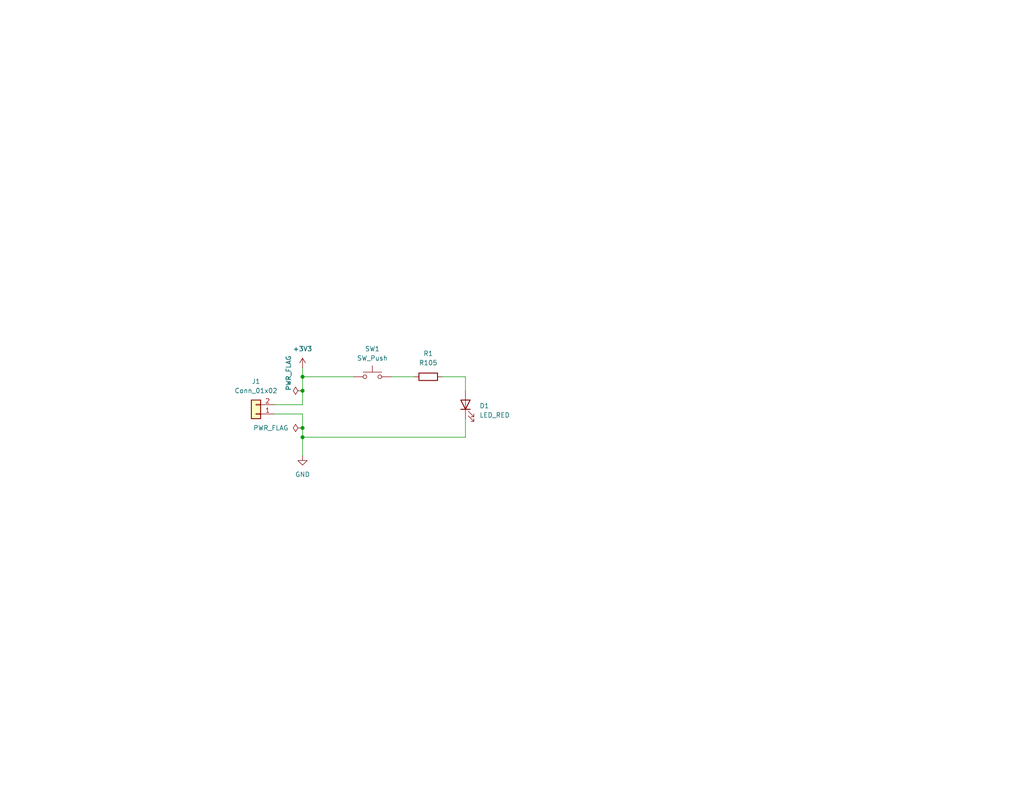
<source format=kicad_sch>
(kicad_sch (version 20231120) (generator "eeschema") (generator_version "8.0")
  (paper "USLetter")
  (title_block (title "LED Circuit") (date "2022-08-16") (rev "1.0") (company "Illini Solar Car") (comment 1 "Designed By: Kathik"))
  (lib_symbols
    (symbol "Connector_Generic:Conn_01x02" (pin_names (offset 1.016) hide)
      (property "Reference" "J" (at 0 2.54 0))
      (property "Value" "Conn_01x02" (at 0 -5.08 0))
      (symbol "Conn_01x02_1_1"
        (rectangle (start -1.27 -2.413) (end 0 -2.667) (stroke (width 0.1524)))
        (rectangle (start -1.27 0.127) (end 0 -0.127) (stroke (width 0.1524)))
        (rectangle (start -1.27 1.27) (end 1.27 -3.81) (stroke (width 0.254)) (fill (type background)))
        (pin passive line (at -5.08 0 0) (length 3.81) (name "Pin_1") (number "1"))
        (pin passive line (at -5.08 -2.54 0) (length 3.81) (name "Pin_2") (number "2"))
      )
    )
    (symbol "Device:LED" (pin_numbers hide) (pin_names (offset 1.016) hide)
      (property "Reference" "D" (at 0 2.54 0))
      (property "Value" "LED" (at 0 -2.54 0))
      (symbol "LED_0_1"
        (polyline (pts (xy -1.27 -1.27) (xy -1.27 1.27)) (stroke (width 0.254)))
        (polyline (pts (xy -1.27 0) (xy 1.27 0)))
        (polyline (pts (xy 1.27 -1.27) (xy 1.27 1.27) (xy -1.27 0) (xy 1.27 -1.27)) (stroke (width 0.254)))
        (polyline (pts (xy -3.048 -0.762) (xy -4.572 -2.286) (xy -3.81 -2.286) (xy -4.572 -2.286) (xy -4.572 -1.524)))
        (polyline (pts (xy -1.778 -0.762) (xy -3.302 -2.286) (xy -2.54 -2.286) (xy -3.302 -2.286) (xy -3.302 -1.524)))
      )
      (symbol "LED_1_1"
        (pin passive line (at -3.81 0 0) (length 2.54) (name "K") (number "1"))
        (pin passive line (at 3.81 0 180) (length 2.54) (name "A") (number "2"))
      )
    )
    (symbol "Device:R" (pin_numbers hide) (pin_names (offset 0))
      (property "Reference" "R" (at 2.032 0 90))
      (property "Value" "R" (at 0 0 90))
      (symbol "R_0_1"
        (rectangle (start -1.016 -2.54) (end 1.016 2.54) (stroke (width 0.254)))
      )
      (symbol "R_1_1"
        (pin passive line (at 0 3.81 270) (length 1.27) (name "~") (number "1"))
        (pin passive line (at 0 -3.81 90) (length 1.27) (name "~") (number "2"))
      )
    )
    (symbol "Switch:SW_Push" (pin_numbers hide) (pin_names (offset 1.016) hide)
      (property "Reference" "SW" (at 1.27 2.54 0))
      (property "Value" "SW_Push" (at 0 -1.524 0))
      (symbol "SW_Push_0_1"
        (circle (center -2.032 0) (radius 0.508))
        (polyline (pts (xy 0 1.27) (xy 0 3.048)))
        (polyline (pts (xy 2.54 1.27) (xy -2.54 1.27)))
        (circle (center 2.032 0) (radius 0.508))
        (pin passive line (at -5.08 0 0) (length 2.54) (name "1") (number "1"))
        (pin passive line (at 5.08 0 180) (length 2.54) (name "2") (number "2"))
      )
    )
    (symbol "power:+3V3" (power) (pin_numbers hide) (pin_names (offset 0) hide)
      (property "Value" "+3V3" (at 0 3.556 0))
      (symbol "+3V3_0_1"
        (polyline (pts (xy -0.762 1.27) (xy 0 2.54)))
        (polyline (pts (xy 0 0) (xy 0 2.54)))
        (polyline (pts (xy 0 2.54) (xy 0.762 1.27)))
      )
      (symbol "+3V3_1_1"
        (pin power_in line (at 0 0 90) (length 0) (name "~") (number "1"))
      )
    )
    (symbol "power:GND" (power) (pin_numbers hide) (pin_names (offset 0) hide)
      (property "Value" "GND" (at 0 -3.81 0))
      (symbol "GND_0_1"
        (polyline (pts (xy 0 0) (xy 0 -1.27) (xy 1.27 -1.27) (xy 0 -2.54) (xy -1.27 -1.27) (xy 0 -1.27)))
      )
      (symbol "GND_1_1"
        (pin power_in line (at 0 0 270) (length 0) (name "~") (number "1"))
      )
    )
    (symbol "power:PWR_FLAG" (power) (pin_numbers hide) (pin_names (offset 0) hide)
      (property "Value" "PWR_FLAG" (at 0 3.81 0))
      (symbol "PWR_FLAG_0_0"
        (pin power_out line (at 0 0 90) (length 0) (name "~") (number "1"))
      )
      (symbol "PWR_FLAG_0_1"
        (polyline (pts (xy 0 0) (xy 0 1.27) (xy -1.016 1.905) (xy 0 2.54) (xy 1.016 1.905) (xy 0 1.27)))
      )
    )
  )
  (junction (at 82.55 106.68))
  (junction (at 82.55 119.38))
  (junction (at 82.55 102.87))
  (junction (at 82.55 116.84))
  (wire (pts (xy 74.93 113.03) (xy 82.55 113.03)))
  (wire (pts (xy 82.55 113.03) (xy 82.55 116.84)))
  (wire (pts (xy 82.55 100.33) (xy 82.55 102.87)))
  (wire (pts (xy 82.55 106.68) (xy 82.55 110.49)))
  (wire (pts (xy 120.65 102.87) (xy 127 102.87)))
  (wire (pts (xy 127 102.87) (xy 127 106.68)))
  (wire (pts (xy 82.55 119.38) (xy 82.55 124.46)))
  (wire (pts (xy 106.68 102.87) (xy 113.03 102.87)))
  (wire (pts (xy 82.55 119.38) (xy 127 119.38)))
  (wire (pts (xy 82.55 102.87) (xy 96.52 102.87)))
  (wire (pts (xy 82.55 116.84) (xy 82.55 119.38)))
  (wire (pts (xy 74.93 110.49) (xy 82.55 110.49)))
  (wire (pts (xy 82.55 102.87) (xy 82.55 106.68)))
  (wire (pts (xy 127 114.3) (xy 127 119.38)))
  (symbol (lib_id "Device:LED") (at 127 110.49 90) (unit 1)
    (property "Reference" "D1" (at 130.81 110.8074 90) (effects (justify right)))
    (property "Value" "LED_RED" (at 130.81 113.3474 90) (effects (justify right)))
    (property "Footprint" "layout:LED_0603_Symbol_on_F.SilkS" (effects (hide yes)))
    (property "Description" "Light emitting diode" (effects (hide yes)))
  )
  (symbol (lib_id "power:PWR_FLAG") (at 82.55 116.84 90) (unit 1)
    (property "Reference" "#FLG01" (effects (hide yes)))
    (property "Value" "PWR_FLAG" (at 78.74 116.8399 90) (effects (justify left)))
    (property "Description" "Special symbol for telling ERC where power comes from" (effects (hide yes)))
  )
  (symbol (lib_id "power:+3V3") (at 82.55 100.33 0) (unit 1)
    (property "Reference" "#PWR01" (effects (hide yes)))
    (property "Value" "+3V3" (at 82.55 95.25 0))
    (property "Description" "Power symbol creates a global label with name \"+3V3\"" (effects (hide yes)))
  )
  (symbol (lib_id "power:PWR_FLAG") (at 82.55 106.68 90) (unit 1)
    (property "Reference" "#FLG02" (effects (hide yes)))
    (property "Value" "PWR_FLAG" (at 78.74 106.6799 0) (effects (justify left)))
    (property "Description" "Special symbol for telling ERC where power comes from" (effects (hide yes)))
  )
  (symbol (lib_id "Connector_Generic:Conn_01x02") (at 69.85 113.03 180) (unit 1)
    (property "Reference" "J1" (at 69.85 104.14 0))
    (property "Value" "Conn_01x02" (at 69.85 106.68 0))
    (property "Footprint" "Connector_Molex:Molex_KK-254_AE-6410-02A_1x02_P2.54mm_Vertical" (effects (hide yes)))
    (property "Datasheet" "https://www.molex.com/pdm_docs/sd/022..." (effects (hide yes)))
    (property "Description" "Generic connector, single row, 01x02, script generated (kicad-library-utils/schlib/autogen/connector/)" (effects (hide yes)))
  )
  (symbol (lib_id "Switch:SW_Push") (at 101.6 102.87 0) (unit 1)
    (property "Reference" "SW1" (at 101.6 95.25 0))
    (property "Value" "SW_Push" (at 101.6 97.79 0))
    (property "Footprint" "Button_Switch_SMD:SW_DIP_SPSTx01_Slide_6.7x4.1mm_W8.61mm_P2.54mm_LowProfile" (effects (hide yes)))
    (property "Datasheet" "https://www.digikey.com/product-detai..." (effects (hide yes)))
    (property "Description" "Push button switch, generic, two pins" (effects (hide yes)))
  )
  (symbol (lib_id "Device:R") (at 116.84 102.87 90) (unit 1)
    (property "Reference" "R1" (at 116.84 96.52 90))
    (property "Value" "R105" (at 116.84 99.06 90))
    (property "Footprint" "Resistor_SMD:R_0603_1608Metric_Pad0.98x0.95mm_HandSolder" (effects (hide yes)))
    (property "Description" "Resistor" (effects (hide yes)))
  )
  (symbol (lib_id "power:GND") (at 82.55 124.46 0) (unit 1)
    (property "Reference" "#PWR02" (effects (hide yes)))
    (property "Value" "GND" (at 82.55 129.54 0))
    (property "Description" "Power symbol creates a global label with name \"GND\" , ground" (effects (hide yes)))
  )
)
</source>
